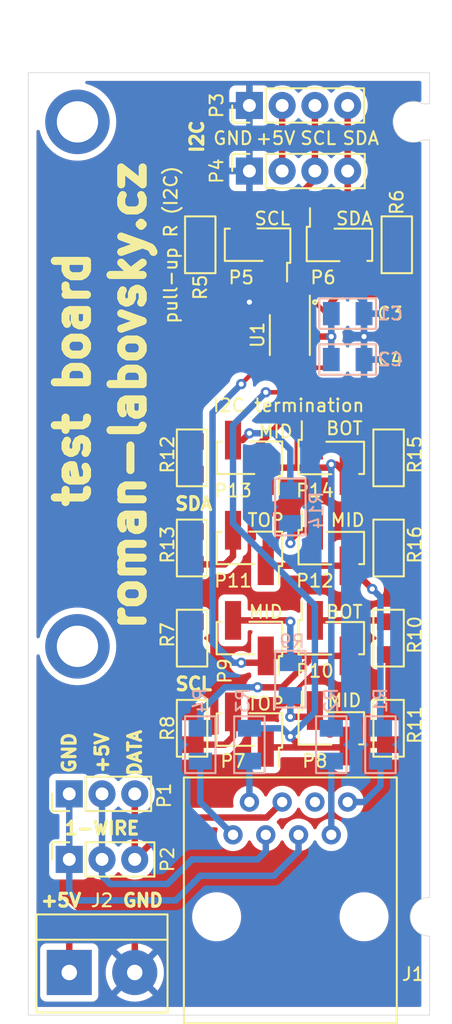
<source format=kicad_pcb>
(kicad_pcb (version 20221018) (generator pcbnew)
  (title_block (title "Testing board") (date "2023-07-27") (rev "v1.0") (company "Roman Labovsky (roman-labovsky.cz)"))
  (layers (0 "F.Cu" signal) (31 "B.Cu" signal) (34 "B.Paste" user) (35 "F.Paste" user) (36 "B.SilkS" user "B.Silkscreen") (37 "F.SilkS" user "F.Silkscreen") (38 "B.Mask" user) (39 "F.Mask" user) (44 "Edge.Cuts" user))
  (net 0 "")
  (net 1 "GND")
  (net 2 "+5V")
  (net 3 "/1WIRE_5V")
  (net 4 "/DSDA_P_CON")
  (net 5 "/DSDA_N_CON")
  (net 6 "/DSCL_P_CON")
  (net 7 "/1WIRE_GND")
  (net 8 "/1WIRE_DATA")
  (net 10 "/DSCL_N_CON")
  (net 11 "/SDA")
  (net 12 "/SCL")
  (net 13 "Net-(P5-Pad2)")
  (net 14 "Net-(P6-Pad2)")
  (net 15 "Net-(P7-Pad2)")
  (net 16 "/DSCL_P")
  (net 17 "Net-(P8-Pad1)")
  (net 18 "Net-(P9-Pad2)")
  (net 19 "/DSCL_N")
  (net 20 "Net-(P10-Pad1)")
  (net 21 "Net-(P11-Pad2)")
  (net 22 "Net-(P12-Pad1)")
  (net 23 "Net-(P13-Pad2)")
  (net 24 "Net-(P14-Pad1)")
  (net 25 "/DSDA_P")
  (net 26 "/DSDA_N")
  (net 27 "Net-(R7-Pad2)")
  (net 28 "Net-(R10-Pad2)")
  (net 29 "Net-(R12-Pad2)")
  (net 30 "Net-(R15-Pad2)")
  (footprint "capacitor_smd_rl:c_1206" (layer "F.Cu") (at 139.7 80.264)
    (fp_text reference "C3" (at 3.302 0) (layer "F.SilkS") (effects (font (thickness 0.16))))
    (fp_text value "1uF")
    (pad "1" smd trapezoid (at -1.27 0) (size 1.3 1.8) (layers "F.Cu" "F.Paste" "F.Mask") (net 2 "+5V"))
    (pad "2" smd trapezoid (at 1.27 0) (size 1.3 1.8) (layers "F.Cu" "F.Paste" "F.Mask") (net 1 "GND"))
  )
  (footprint "capacitor_smd_rl:c_1206" (layer "F.Cu") (at 139.7 83.82)
    (fp_text reference "C4" (at 3.302 0) (layer "F.SilkS") (effects (font (thickness 0.16))))
    (fp_text value "100nF")
    (pad "1" smd trapezoid (at -1.27 0) (size 1.3 1.8) (layers "F.Cu" "F.Paste" "F.Mask") (net 2 "+5V"))
    (pad "2" smd trapezoid (at 1.27 0) (size 1.3 1.8) (layers "F.Cu" "F.Paste" "F.Mask") (net 1 "GND"))
  )
  (footprint "connector_rj45_tht_rl:54601-908WPLF" (layer "F.Cu") (at 135.255 127)
    (fp_text reference "J1" (at 9.525 4.445) (layer "F.SilkS") (effects (font (thickness 0.16))))
    (fp_text value "54601-908WPLF")
    (pad "" np_thru_hole circle (at -5.716 0) (size 3.3 3.3) (drill 3.3) (layers "F&B.Cu" "*.Mask"))
    (pad "" np_thru_hole circle (at 5.716 0) (size 3.3 3.3) (drill 3.3) (layers "F&B.Cu" "*.Mask"))
    (pad "1" thru_hole circle (at -4.444 -6.35) (size 1.5 1.5) (drill 0.8) (layers "*.Cu" "*.Mask") (net 10 "/DSCL_N_CON"))
    (pad "2" thru_hole circle (at -3.174 -8.89) (size 1.5 1.5) (drill 0.8) (layers "*.Cu" "*.Mask") (net 6 "/DSCL_P_CON"))
    (pad "3" thru_hole circle (at -1.904 -6.35) (size 1.5 1.5) (drill 0.8) (layers "*.Cu" "*.Mask") (net 3 "/1WIRE_5V"))
    (pad "4" thru_hole circle (at -0.634 -8.89) (size 1.5 1.5) (drill 0.8) (layers "*.Cu" "*.Mask") (net 8 "/1WIRE_DATA"))
    (pad "5" thru_hole circle (at 0.636 -6.35) (size 1.5 1.5) (drill 0.8) (layers "*.Cu" "*.Mask") (net 7 "/1WIRE_GND"))
    (pad "6" thru_hole circle (at 1.906 -8.89 180) (size 1.5 1.5) (drill 0.8) (layers "*.Cu" "*.Mask"))
    (pad "7" thru_hole circle (at 3.176 -6.35) (size 1.5 1.5) (drill 0.8) (layers "*.Cu" "*.Mask") (net 5 "/DSDA_N_CON"))
    (pad "8" thru_hole circle (at 4.446 -8.89) (size 1.5 1.5) (drill 0.8) (layers "*.Cu" "*.Mask") (net 4 "/DSDA_P_CON"))
  )
  (footprint "terminal_block_tht_rl:EBBA-02-C-SS-BU" (layer "F.Cu") (at 120.65 131.318)
    (fp_text reference "J2" (at 0 -5.588 180) (layer "F.SilkS") (effects (font (thickness 0.16))))
    (fp_text value "EBBA-02-C-SS-BU")
    (pad "1" thru_hole rect (at -2.54 0 180) (size 3.5 3.5) (drill 1.2) (layers "*.Cu" "*.Mask") (net 2 "+5V"))
    (pad "2" thru_hole circle (at 2.54 0 180) (size 3.5 3.5) (drill 1.2) (layers "*.Cu" "*.Mask") (net 1 "GND"))
  )
  (footprint "connector_tht_pinheader_2.54mm_rl:1x3_pinheader_2.54mm_vertical" (layer "F.Cu") (at 118.11 117.475 90)
    (fp_text reference "P1" (at -0.127 7.366 90) (layer "F.SilkS") (effects (font (thickness 0.16))))
    (fp_text value "DS1021-1-3SF11-B")
    (pad "1" thru_hole rect (at 0 0 90) (size 2.1 2.1) (drill 1) (layers "*.Cu" "*.Mask") (net 7 "/1WIRE_GND"))
    (pad "2" thru_hole oval (at 0 2.54 90) (size 2.1 2.1) (drill 1) (layers "*.Cu" "*.Mask") (net 3 "/1WIRE_5V"))
    (pad "3" thru_hole oval (at 0 5.08 90) (size 2.1 2.1) (drill 1) (layers "*.Cu" "*.Mask") (net 8 "/1WIRE_DATA"))
  )
  (footprint "connector_tht_pinsocket_2.54mm_rl:1x3_pinsocket_2.54mm_vertical_8.4mm" (layer "F.Cu") (at 118.11 122.555 90)
    (fp_text reference "P2" (at 0 7.62 90) (layer "F.SilkS"))
    (fp_text value "DS1023-1-3S21")
    (pad "1" thru_hole rect (at 0 0 90) (size 2.1 2.1) (drill 1) (layers "*.Cu" "*.Mask") (net 7 "/1WIRE_GND"))
    (pad "2" thru_hole oval (at 0 2.54 90) (size 2.1 2.1) (drill 1) (layers "*.Cu" "*.Mask") (net 3 "/1WIRE_5V"))
    (pad "3" thru_hole oval (at 0 5.08 90) (size 2.1 2.1) (drill 1) (layers "*.Cu" "*.Mask") (net 8 "/1WIRE_DATA"))
  )
  (footprint "connector_tht_pinheader_2.54mm_rl:1x4_pinheader_2.54mm_vertical" (layer "F.Cu") (at 132.08 64.135 90)
    (fp_text reference "P3" (at 0 -2.54 90) (layer "F.SilkS") (effects (font (thickness 0.16))))
    (fp_text value "DS1021-1-4SF11-B")
    (pad "1" thru_hole rect (at 0 0 90) (size 2.1 2.1) (drill 1) (layers "*.Cu" "*.Mask") (net 1 "GND"))
    (pad "2" thru_hole oval (at 0 2.54 90) (size 2.1 2.1) (drill 1) (layers "*.Cu" "*.Mask") (net 2 "+5V"))
    (pad "3" thru_hole oval (at 0 5.08 90) (size 2.1 2.1) (drill 1) (layers "*.Cu" "*.Mask") (net 12 "/SCL"))
    (pad "4" thru_hole oval (at 0 7.62 90) (size 2.1 2.1) (drill 1) (layers "*.Cu" "*.Mask") (net 11 "/SDA"))
  )
  (footprint "connector_tht_pinsocket_2.54mm_rl:1x4_pinsocket_2.54mm_vertical_8.4mm" (layer "F.Cu") (at 132.08 69.215 90)
    (fp_text reference "P4" (at 0 -2.54 90) (layer "F.SilkS"))
    (fp_text value "DS1023-1-4S21")
    (pad "1" thru_hole rect (at 0 0 90) (size 2.1 2.1) (drill 1) (layers "*.Cu" "*.Mask") (net 1 "GND"))
    (pad "2" thru_hole oval (at 0 2.54 90) (size 2.1 2.1) (drill 1) (layers "*.Cu" "*.Mask") (net 2 "+5V"))
    (pad "3" thru_hole oval (at 0 5.08 90) (size 2.1 2.1) (drill 1) (layers "*.Cu" "*.Mask") (net 12 "/SCL"))
    (pad "4" thru_hole oval (at 0 7.62 90) (size 2.1 2.1) (drill 1) (layers "*.Cu" "*.Mask") (net 11 "/SDA"))
  )
  (footprint "connector_smd_pinheader_2.54mm_rl:1x2_pinheader_2.54mm_vertical" (layer "F.Cu") (at 132.715 74.93 180)
    (fp_text reference "P5" (at 1.27 -2.54) (layer "F.SilkS") (effects (font (thickness 0.16))))
    (fp_text value "10129380-902001BLF")
    (pad "1" smd rect (at -1.27 -1.375) (size 1.25 3) (layers "F.Cu" "F.Paste" "F.Mask") (net 12 "/SCL"))
    (pad "2" smd rect (at 1.27 1.375) (size 1.25 3) (layers "F.Cu" "F.Paste" "F.Mask") (net 13 "Net-(P5-Pad2)"))
  )
  (footprint "connector_smd_pinheader_2.54mm_rl:1x2_pinheader_2.54mm_vertical" (layer "F.Cu") (at 139.065 74.93)
    (fp_text reference "P6" (at -1.27 2.54) (layer "F.SilkS") (effects (font (thickness 0.16))))
    (fp_text value "10129380-902001BLF")
    (pad "1" smd rect (at -1.27 -1.375 180) (size 1.25 3) (layers "F.Cu" "F.Paste" "F.Mask") (net 11 "/SDA"))
    (pad "2" smd rect (at 1.27 1.375 180) (size 1.25 3) (layers "F.Cu" "F.Paste" "F.Mask") (net 14 "Net-(P6-Pad2)"))
  )
  (footprint "connector_smd_pinheader_2.54mm_rl:1x2_pinheader_2.54mm_vertical" (layer "F.Cu") (at 132.08 112.5 180)
    (fp_text reference "P7" (at 1.27 -2.435) (layer "F.SilkS") (effects (font (thickness 0.16))))
    (fp_text value "10129380-902001BLF")
    (pad "1" smd rect (at -1.27 -1.375) (size 1.25 3) (layers "F.Cu" "F.Paste" "F.Mask") (net 16 "/DSCL_P"))
    (pad "2" smd rect (at 1.27 1.375) (size 1.25 3) (layers "F.Cu" "F.Paste" "F.Mask") (net 15 "Net-(P7-Pad2)"))
  )
  (footprint "connector_smd_pinheader_2.54mm_rl:1x2_pinheader_2.54mm_vertical" (layer "F.Cu") (at 138.43 112.395)
    (fp_text reference "P8" (at -1.27 2.54) (layer "F.SilkS") (effects (font (thickness 0.16))))
    (fp_text value "10129380-902001BLF")
    (pad "1" smd rect (at -1.27 -1.375 180) (size 1.25 3) (layers "F.Cu" "F.Paste" "F.Mask") (net 17 "Net-(P8-Pad1)"))
    (pad "2" smd rect (at 1.27 1.375 180) (size 1.25 3) (layers "F.Cu" "F.Paste" "F.Mask") (net 16 "/DSCL_P"))
  )
  (footprint "connector_smd_pinheader_2.54mm_rl:1x2_pinheader_2.54mm_vertical" (layer "F.Cu") (at 132.08 105.41 180)
    (fp_text reference "P9" (at 1.905 -2.54 90) (layer "F.SilkS") (effects (font (thickness 0.16))))
    (fp_text value "10129380-902001BLF")
    (pad "1" smd rect (at -1.27 -1.375) (size 1.25 3) (layers "F.Cu" "F.Paste" "F.Mask") (net 19 "/DSCL_N"))
    (pad "2" smd rect (at 1.27 1.375) (size 1.25 3) (layers "F.Cu" "F.Paste" "F.Mask") (net 18 "Net-(P9-Pad2)"))
  )
  (footprint "connector_smd_pinheader_2.54mm_rl:1x2_pinheader_2.54mm_vertical" (layer "F.Cu") (at 138.43 105.41)
    (fp_text reference "P10" (at -1.27 2.54) (layer "F.SilkS") (effects (font (thickness 0.16))))
    (fp_text value "10129380-902001BLF")
    (pad "1" smd rect (at -1.27 -1.375 180) (size 1.25 3) (layers "F.Cu" "F.Paste" "F.Mask") (net 20 "Net-(P10-Pad1)"))
    (pad "2" smd rect (at 1.27 1.375 180) (size 1.25 3) (layers "F.Cu" "F.Paste" "F.Mask") (net 19 "/DSCL_N"))
  )
  (footprint "connector_smd_pinheader_2.54mm_rl:1x2_pinheader_2.54mm_vertical" (layer "F.Cu") (at 132.08 98.425 180)
    (fp_text reference "P11" (at 1.27 -2.54) (layer "F.SilkS") (effects (font (thickness 0.16))))
    (fp_text value "10129380-902001BLF")
    (pad "1" smd rect (at -1.27 -1.375) (size 1.25 3) (layers "F.Cu" "F.Paste" "F.Mask") (net 25 "/DSDA_P"))
    (pad "2" smd rect (at 1.27 1.375) (size 1.25 3) (layers "F.Cu" "F.Paste" "F.Mask") (net 21 "Net-(P11-Pad2)"))
  )
  (footprint "connector_smd_pinheader_2.54mm_rl:1x2_pinheader_2.54mm_vertical" (layer "F.Cu") (at 138.43 98.425)
    (fp_text reference "P12" (at -1.27 2.54) (layer "F.SilkS") (effects (font (thickness 0.16))))
    (fp_text value "10129380-902001BLF")
    (pad "1" smd rect (at -1.27 -1.375 180) (size 1.25 3) (layers "F.Cu" "F.Paste" "F.Mask") (net 22 "Net-(P12-Pad1)"))
    (pad "2" smd rect (at 1.27 1.375 180) (size 1.25 3) (layers "F.Cu" "F.Paste" "F.Mask") (net 25 "/DSDA_P"))
  )
  (footprint "connector_smd_pinheader_2.54mm_rl:1x2_pinheader_2.54mm_vertical" (layer "F.Cu") (at 132.08 91.44 180)
    (fp_text reference "P13" (at 1.27 -2.54) (layer "F.SilkS") (effects (font (thickness 0.16))))
    (fp_text value "10129380-902001BLF")
    (pad "1" smd rect (at -1.27 -1.375) (size 1.25 3) (layers "F.Cu" "F.Paste" "F.Mask") (net 26 "/DSDA_N"))
    (pad "2" smd rect (at 1.27 1.375) (size 1.25 3) (layers "F.Cu" "F.Paste" "F.Mask") (net 23 "Net-(P13-Pad2)"))
  )
  (footprint "connector_smd_pinheader_2.54mm_rl:1x2_pinheader_2.54mm_vertical" (layer "F.Cu") (at 138.43 91.44)
    (fp_text reference "P14" (at -1.27 2.54) (layer "F.SilkS") (effects (font (thickness 0.16))))
    (fp_text value "10129380-902001BLF")
    (pad "1" smd rect (at -1.27 -1.375 180) (size 1.25 3) (layers "F.Cu" "F.Paste" "F.Mask") (net 24 "Net-(P14-Pad1)"))
    (pad "2" smd rect (at 1.27 1.375 180) (size 1.25 3) (layers "F.Cu" "F.Paste" "F.Mask") (net 26 "/DSDA_N"))
  )
  (footprint "resistor_smd_rl:r_1206" (layer "F.Cu") (at 128.27 74.93 90)
    (fp_text reference "R5" (at -3.302 0 90) (layer "F.SilkS") (effects (font (thickness 0.16))))
    (fp_text value "4k7")
    (pad "1" smd trapezoid (at -1.27 0 90) (size 1.3 1.8) (layers "F.Cu" "F.Paste" "F.Mask") (net 2 "+5V"))
    (pad "2" smd trapezoid (at 1.27 0 90) (size 1.3 1.8) (layers "F.Cu" "F.Paste" "F.Mask") (net 13 "Net-(P5-Pad2)"))
  )
  (footprint "resistor_smd_rl:r_1206" (layer "F.Cu") (at 143.51 74.93 90)
    (fp_text reference "R6" (at 3.302 0 90) (layer "F.SilkS") (effects (font (thickness 0.16))))
    (fp_text value "4k7")
    (pad "1" smd trapezoid (at -1.27 0 90) (size 1.3 1.8) (layers "F.Cu" "F.Paste" "F.Mask") (net 2 "+5V"))
    (pad "2" smd trapezoid (at 1.27 0 90) (size 1.3 1.8) (layers "F.Cu" "F.Paste" "F.Mask") (net 14 "Net-(P6-Pad2)"))
  )
  (footprint "resistor_smd_rl:r_1206" (layer "F.Cu") (at 127.635 105.41 -90)
    (fp_text reference "R7" (at -0.254 1.905 90) (layer "F.SilkS") (effects (font (thickness 0.16))))
    (fp_text value "210R")
    (pad "1" smd trapezoid (at -1.27 0 270) (size 1.3 1.8) (layers "F.Cu" "F.Paste" "F.Mask") (net 2 "+5V"))
    (pad "2" smd trapezoid (at 1.27 0 270) (size 1.3 1.8) (layers "F.Cu" "F.Paste" "F.Mask") (net 27 "Net-(R7-Pad2)"))
  )
  (footprint "resistor_smd_rl:r_1206" (layer "F.Cu") (at 127.635 112.395 -90)
    (fp_text reference "R8" (at 0 1.905 90) (layer "F.SilkS") (effects (font (thickness 0.16))))
    (fp_text value "390R")
    (pad "1" smd trapezoid (at -1.27 0 270) (size 1.3 1.8) (layers "F.Cu" "F.Paste" "F.Mask") (net 27 "Net-(R7-Pad2)"))
    (pad "2" smd trapezoid (at 1.27 0 270) (size 1.3 1.8) (layers "F.Cu" "F.Paste" "F.Mask") (net 15 "Net-(P7-Pad2)"))
  )
  (footprint "resistor_smd_rl:r_1206" (layer "F.Cu") (at 142.875 105.41 -90)
    (fp_text reference "R10" (at -0.254 -2.032 90) (layer "F.SilkS") (effects (font (thickness 0.16))))
    (fp_text value "390R")
    (pad "1" smd trapezoid (at -1.27 0 270) (size 1.3 1.8) (layers "F.Cu" "F.Paste" "F.Mask") (net 20 "Net-(P10-Pad1)"))
    (pad "2" smd trapezoid (at 1.27 0 270) (size 1.3 1.8) (layers "F.Cu" "F.Paste" "F.Mask") (net 28 "Net-(R10-Pad2)"))
  )
  (footprint "resistor_smd_rl:r_1206" (layer "F.Cu") (at 142.875 112.395 -90)
    (fp_text reference "R11" (at -0.254 -2.032 90) (layer "F.SilkS") (effects (font (thickness 0.16))))
    (fp_text value "210R")
    (pad "1" smd trapezoid (at -1.27 0 270) (size 1.3 1.8) (layers "F.Cu" "F.Paste" "F.Mask") (net 28 "Net-(R10-Pad2)"))
    (pad "2" smd trapezoid (at 1.27 0 270) (size 1.3 1.8) (layers "F.Cu" "F.Paste" "F.Mask") (net 1 "GND"))
  )
  (footprint "resistor_smd_rl:r_1206" (layer "F.Cu") (at 127.635 91.44 -90)
    (fp_text reference "R12" (at -0.254 1.905 90) (layer "F.SilkS") (effects (font (thickness 0.16))))
    (fp_text value "210R")
    (pad "1" smd trapezoid (at -1.27 0 270) (size 1.3 1.8) (layers "F.Cu" "F.Paste" "F.Mask") (net 2 "+5V"))
    (pad "2" smd trapezoid (at 1.27 0 270) (size 1.3 1.8) (layers "F.Cu" "F.Paste" "F.Mask") (net 29 "Net-(R12-Pad2)"))
  )
  (footprint "resistor_smd_rl:r_1206" (layer "F.Cu") (at 127.635 98.425 -90)
    (fp_text reference "R13" (at -0.254 1.905 90) (layer "F.SilkS") (effects (font (thickness 0.16))))
    (fp_text value "390R")
    (pad "1" smd trapezoid (at -1.27 0 270) (size 1.3 1.8) (layers "F.Cu" "F.Paste" "F.Mask") (net 29 "Net-(R12-Pad2)"))
    (pad "2" smd trapezoid (at 1.27 0 270) (size 1.3 1.8) (layers "F.Cu" "F.Paste" "F.Mask") (net 21 "Net-(P11-Pad2)"))
  )
  (footprint "resistor_smd_rl:r_1206" (layer "F.Cu") (at 142.875 91.44 -90)
    (fp_text reference "R15" (at -0.254 -2.032 90) (layer "F.SilkS") (effects (font (thickness 0.16))))
    (fp_text value "390R")
    (pad "1" smd trapezoid (at -1.27 0 270) (size 1.3 1.8) (layers "F.Cu" "F.Paste" "F.Mask") (net 24 "Net-(P14-Pad1)"))
    (pad "2" smd trapezoid (at 1.27 0 270) (size 1.3 1.8) (layers "F.Cu" "F.Paste" "F.Mask") (net 30 "Net-(R15-Pad2)"))
  )
  (footprint "resistor_smd_rl:r_1206" (layer "F.Cu") (at 142.875 98.425 -90)
    (fp_text reference "R16" (at -0.254 -2.032 90) (layer "F.SilkS") (effects (font (thickness 0.16))))
    (fp_text value "210R")
    (pad "1" smd trapezoid (at -1.27 0 270) (size 1.3 1.8) (layers "F.Cu" "F.Paste" "F.Mask") (net 30 "Net-(R15-Pad2)"))
    (pad "2" smd trapezoid (at 1.27 0 270) (size 1.3 1.8) (layers "F.Cu" "F.Paste" "F.Mask") (net 1 "GND"))
  )
  (footprint "package_tssop_rl:tssop_10" (layer "F.Cu") (at 135.255 81.915 -90)
    (fp_text reference "U1" (at 0 2.54 270) (layer "F.SilkS") (effects (font (thickness 0.16))))
    (fp_text value "PCA9615")
    (pad "1" smd rect (at -2.54 -1 270) (size 1.5 0.35) (layers "F.Cu" "F.Paste" "F.Mask") (net 2 "+5V"))
    (pad "2" smd rect (at -2.54 -0.5 270) (size 1.5 0.35) (layers "F.Cu" "F.Paste" "F.Mask") (net 11 "/SDA"))
    (pad "3" smd rect (at -2.54 0 270) (size 1.5 0.35) (layers "F.Cu" "F.Paste" "F.Mask"))
    (pad "4" smd rect (at -2.54 0.5 270) (size 1.5 0.35) (layers "F.Cu" "F.Paste" "F.Mask") (net 12 "/SCL"))
    (pad "5" smd rect (at -2.54 1 270) (size 1.5 0.35) (layers "F.Cu" "F.Paste" "F.Mask") (net 1 "GND"))
    (pad "6" smd rect (at 2.54 1 270) (size 1.5 0.35) (layers "F.Cu" "F.Paste" "F.Mask") (net 19 "/DSCL_N"))
    (pad "7" smd rect (at 2.54 0.5 270) (size 1.5 0.35) (layers "F.Cu" "F.Paste" "F.Mask") (net 16 "/DSCL_P"))
    (pad "8" smd rect (at 2.54 0 270) (size 1.5 0.35) (layers "F.Cu" "F.Paste" "F.Mask") (net 25 "/DSDA_P"))
    (pad "9" smd rect (at 2.54 -0.5 270) (size 1.5 0.35) (layers "F.Cu" "F.Paste" "F.Mask") (net 26 "/DSDA_N"))
    (pad "10" smd rect (at 2.54 -1 270) (size 1.5 0.35) (layers "F.Cu" "F.Paste" "F.Mask") (net 2 "+5V"))
  )
  (footprint "mounting_hole_pad_rl:mounting_hole_pad_3.2x5mm" (layer "F.Cu") (at 118.745 65.405)
    (fp_text reference "H1" hide)
    (fp_text value "mounting_hole_pad_3.2x5mm" hide)
    (pad "1" thru_hole circle (at 0 0) (size 5 5) (drill 3.2) (layers "*.Cu" "*.Mask"))
  )
  (footprint "mounting_hole_pad_rl:mounting_hole_pad_3.2x5mm" (layer "F.Cu") (at 118.745 106.045)
    (fp_text reference "H2" hide)
    (fp_text value "mounting_hole_pad_3.2x5mm" hide)
    (pad "1" thru_hole circle (at 0 0) (size 5 5) (drill 3.2) (layers "*.Cu" "*.Mask"))
  )
  (footprint "capacitor_smd_rl:c_1206" (layer "B.Cu") (at 139.7 80.264)
    (fp_text reference "C1" (at 3.302 0) (layer "B.SilkS") (effects (font (thickness 0.16)) (justify mirror)))
    (fp_text value "1uF")
    (pad "1" smd trapezoid (at -1.27 0) (size 1.3 1.8) (layers "B.Cu" "B.Paste" "B.Mask") (net 2 "+5V"))
    (pad "2" smd trapezoid (at 1.27 0) (size 1.3 1.8) (layers "B.Cu" "B.Paste" "B.Mask") (net 1 "GND"))
  )
  (footprint "capacitor_smd_rl:c_1206" (layer "B.Cu") (at 139.7 83.82)
    (fp_text reference "C2" (at 3.302 0) (layer "B.SilkS") (effects (font (thickness 0.16)) (justify mirror)))
    (fp_text value "100nF")
    (pad "1" smd trapezoid (at -1.27 0) (size 1.3 1.8) (layers "B.Cu" "B.Paste" "B.Mask") (net 2 "+5V"))
    (pad "2" smd trapezoid (at 1.27 0) (size 1.3 1.8) (layers "B.Cu" "B.Paste" "B.Mask") (net 1 "GND"))
  )
  (footprint "resistor_smd_rl:r_1206" (layer "B.Cu") (at 142.24 113.665 90)
    (fp_text reference "R1" (at 3.429 0 270) (layer "B.SilkS") (effects (font (thickness 0.16)) (justify mirror)))
    (fp_text value "10R/0.5W")
    (pad "1" smd trapezoid (at -1.27 0 90) (size 1.3 1.8) (layers "B.Cu" "B.Paste" "B.Mask") (net 4 "/DSDA_P_CON"))
    (pad "2" smd trapezoid (at 1.27 0 90) (size 1.3 1.8) (layers "B.Cu" "B.Paste" "B.Mask") (net 25 "/DSDA_P"))
  )
  (footprint "resistor_smd_rl:r_1206" (layer "B.Cu") (at 138.43 113.665 90)
    (fp_text reference "R2" (at 3.429 0 270) (layer "B.SilkS") (effects (font (thickness 0.16)) (justify mirror)))
    (fp_text value "10R/0.5W")
    (pad "1" smd trapezoid (at -1.27 0 90) (size 1.3 1.8) (layers "B.Cu" "B.Paste" "B.Mask") (net 5 "/DSDA_N_CON"))
    (pad "2" smd trapezoid (at 1.27 0 90) (size 1.3 1.8) (layers "B.Cu" "B.Paste" "B.Mask") (net 26 "/DSDA_N"))
  )
  (footprint "resistor_smd_rl:r_1206" (layer "B.Cu") (at 132.08 113.665 90)
    (fp_text reference "R3" (at 3.429 -0.508 270) (layer "B.SilkS") (effects (font (thickness 0.16)) (justify mirror)))
    (fp_text value "10R/0.5W")
    (pad "1" smd trapezoid (at -1.27 0 90) (size 1.3 1.8) (layers "B.Cu" "B.Paste" "B.Mask") (net 6 "/DSCL_P_CON"))
    (pad "2" smd trapezoid (at 1.27 0 90) (size 1.3 1.8) (layers "B.Cu" "B.Paste" "B.Mask") (net 16 "/DSCL_P"))
  )
  (footprint "resistor_smd_rl:r_1206" (layer "B.Cu") (at 128.27 113.665 90)
    (fp_text reference "R4" (at 3.429 0 270) (layer "B.SilkS") (effects (font (thickness 0.16)) (justify mirror)))
    (fp_text value "10R/0.5W")
    (pad "1" smd trapezoid (at -1.27 0 90) (size 1.3 1.8) (layers "B.Cu" "B.Paste" "B.Mask") (net 10 "/DSCL_N_CON"))
    (pad "2" smd trapezoid (at 1.27 0 90) (size 1.3 1.8) (layers "B.Cu" "B.Paste" "B.Mask") (net 19 "/DSCL_N"))
  )
  (footprint "resistor_smd_rl:r_1206" (layer "B.Cu") (at 135.255 108.585 90)
    (fp_text reference "R9" (at 2.921 0.127) (layer "B.SilkS") (effects (font (thickness 0.16)) (justify mirror)))
    (fp_text value "100R/120R")
    (pad "1" smd trapezoid (at -1.27 0 90) (size 1.3 1.8) (layers "B.Cu" "B.Paste" "B.Mask") (net 17 "Net-(P8-Pad1)"))
    (pad "2" smd trapezoid (at 1.27 0 90) (size 1.3 1.8) (layers "B.Cu" "B.Paste" "B.Mask") (net 18 "Net-(P9-Pad2)"))
  )
  (footprint "resistor_smd_rl:r_1206" (layer "B.Cu") (at 135.255 95.25 90)
    (fp_text reference "R14" (at -0.254 2.032 -90) (layer "B.SilkS") (effects (font (thickness 0.16)) (justify mirror)))
    (fp_text value "100R/120R")
    (pad "1" smd trapezoid (at -1.27 0 90) (size 1.3 1.8) (layers "B.Cu" "B.Paste" "B.Mask") (net 22 "Net-(P12-Pad1)"))
    (pad "2" smd trapezoid (at 1.27 0 90) (size 1.3 1.8) (layers "B.Cu" "B.Paste" "B.Mask") (net 23 "Net-(P13-Pad2)"))
  )
  (gr_line (start 114.935 61.595) (end 123.825 61.595) (stroke (width 0.05)) (layer "Edge.Cuts"))
  (gr_arc (start 145.542 66.802) (mid 143.224047 65.405) (end 145.542 64.008) (stroke (width 0.05)) (layer "Edge.Cuts"))
  (gr_line (start 114.935 63.5) (end 114.935 61.595) (stroke (width 0.05)) (layer "Edge.Cuts"))
  (gr_line (start 146.05 64.008) (end 145.542 64.008) (stroke (width 0.05)) (layer "Edge.Cuts"))
  (gr_line (start 114.935 134.62) (end 146.05 134.62) (stroke (width 0.05)) (layer "Edge.Cuts"))
  (gr_line (start 114.935 98.425) (end 114.935 63.5) (stroke (width 0.05)) (layer "Edge.Cuts"))
  (gr_line (start 146.05 61.595) (end 123.825 61.595) (stroke (width 0.05)) (layer "Edge.Cuts"))
  (gr_arc (start 146.05 128.5) (mid 144.55 127) (end 146.05 125.5) (stroke (width 0.05)) (layer "Edge.Cuts"))
  (gr_line (start 146.05 125.5) (end 146.05 66.802) (stroke (width 0.05)) (layer "Edge.Cuts"))
  (gr_line (start 114.935 134.62) (end 114.935 98.425) (stroke (width 0.05)) (layer "Edge.Cuts"))
  (gr_line (start 146.05 61.595) (end 146.05 64.008) (stroke (width 0.05)) (layer "Edge.Cuts"))
  (gr_line (start 146.05 66.802) (end 145.542 66.802) (stroke (width 0.05)) (layer "Edge.Cuts"))
  (gr_line (start 146.05 134.62) (end 146.05 128.5) (stroke (width 0.05)) (layer "Edge.Cuts"))
  (gr_text "test board" (at 118.364 85.344 90) (layer "F.SilkS") (effects (font (size 2.5 2.5) (thickness 0.625))))
  (gr_text "SCL" (at 137.414 66.675) (layer "F.SilkS") (effects (font (size 1 1) (thickness 0.16))))
  (gr_text "+5V" (at 134.112 66.675) (layer "F.SilkS") (effects (font (size 1 1) (thickness 0.16))))
  (gr_text "GND" (at 130.81 66.675) (layer "F.SilkS") (effects (font (size 1 1) (thickness 0.16))))
  (gr_text "GND" (at 118.11 114.3 90) (layer "F.SilkS") (effects (font (size 1 1) (thickness 0.25))))
  (gr_text "+5V" (at 120.65 114.3 90) (layer "F.SilkS") (effects (font (size 1 1) (thickness 0.25))))
  (gr_text "DATA" (at 123.19 114.3 90) (layer "F.SilkS") (effects (font (size 1 1) (thickness 0.25))))
  (gr_text "I2C" (at 128.016 66.548 90) (layer "F.SilkS") (effects (font (size 1 1) (thickness 0.25))))
  (gr_text "1-WIRE" (at 120.65 120.142) (layer "F.SilkS") (effects (font (size 1 1) (thickness 0.25))))
  (gr_text "+5V" (at 117.475 125.73) (layer "F.SilkS") (effects (font (size 1 1) (thickness 0.25))))
  (gr_text "GND" (at 123.825 125.73) (layer "F.SilkS") (effects (font (size 1 1) (thickness 0.25))))
  (gr_text "MID" (at 139.446 110.236) (layer "F.SilkS") (effects (font (size 1 1) (thickness 0.16))))
  (gr_text "MID" (at 133.35 103.378) (layer "F.SilkS") (effects (font (size 1 1) (thickness 0.16))))
  (gr_text "TOP" (at 133.35 110.49) (layer "F.SilkS") (effects (font (size 1 1) (thickness 0.16))))
  (gr_text "MID" (at 139.7 96.266) (layer "F.SilkS") (effects (font (size 1 1) (thickness 0.16))))
  (gr_text "BOT" (at 139.446 89.154) (layer "F.SilkS") (effects (font (size 1 1) (thickness 0.16))))
  (gr_text "MID" (at 134.112 89.408) (layer "F.SilkS") (effects (font (size 1 1) (thickness 0.16))))
  (gr_text "TOP" (at 133.35 96.266) (layer "F.SilkS") (effects (font (size 1 1) (thickness 0.16))))
  (gr_text "SCL" (at 127.762 108.966) (layer "F.SilkS") (effects (font (size 1 1) (thickness 0.25))))
  (gr_text "SDA" (at 127.762 94.996) (layer "F.SilkS") (effects (font (size 1 1) (thickness 0.25))))
  (gr_text "pull-up R (I2C)" (at 125.984 74.93 90) (layer "F.SilkS") (effects (font (size 1 1) (thickness 0.16))))
  (gr_text "SDA" (at 140.208 72.898) (layer "F.SilkS") (effects (font (size 1 1) (thickness 0.16))))
  (gr_text "SCL" (at 133.858 72.898) (layer "F.SilkS") (effects (font (size 1 1) (thickness 0.16))))
  (gr_text "I2C termination" (at 135.128 87.376) (layer "F.SilkS") (effects (font (size 1 1) (thickness 0.16))))
  (gr_text "roman-labovsky.cz" (at 122.682 86.614 90) (layer "F.SilkS") (effects (font (size 2.5 2.5) (thickness 0.625))))
  (gr_text "SDA" (at 140.716 66.675) (layer "F.SilkS") (effects (font (size 1 1) (thickness 0.16))))
  (gr_text "BOT" (at 139.446 103.378) (layer "F.SilkS") (effects (font (size 1 1) (thickness 0.16))))
  (segment (start 134.255 79.375) (end 132.08 79.375) (width 0.35) (layer "F.Cu") (net 1))
  (segment (start 144.78 113.665) (end 144.78 99.695) (width 0.5) (layer "F.Cu") (net 1))
  (segment (start 123.19 127) (end 127 123.19) (width 0.5) (layer "F.Cu") (net 1))
  (segment (start 140.97 81.915) (end 140.97 83.82) (width 0.5) (layer "F.Cu") (net 1))
  (segment (start 144.78 99.695) (end 144.78 83.185) (width 0.5) (layer "F.Cu") (net 1))
  (segment (start 142.875 113.665) (end 144.78 113.665) (width 0.5) (layer "F.Cu") (net 1))
  (segment (start 140.97 80.645) (end 140.97 81.915) (width 0.5) (layer "F.Cu") (net 1))
  (segment (start 123.19 130.175) (end 123.19 128.905) (width 0.5) (layer "F.Cu") (net 1))
  (segment (start 143.891 82.042) (end 140.97 82.042) (width 0.5) (layer "F.Cu") (net 1))
  (segment (start 140.97 123.19) (end 144.78 119.38) (width 0.5) (layer "F.Cu") (net 1))
  (segment (start 144.78 83.185) (end 144.78 82.931) (width 0.5) (layer "F.Cu") (net 1))
  (segment (start 144.78 82.931) (end 143.891 82.042) (width 0.5) (layer "F.Cu") (net 1))
  (segment (start 142.875 99.695) (end 144.78 99.695) (width 0.5) (layer "F.Cu") (net 1))
  (segment (start 144.78 119.38) (end 144.78 113.665) (width 0.5) (layer "F.Cu") (net 1))
  (segment (start 123.19 130.175) (end 123.19 127) (width 0.5) (layer "F.Cu") (net 1))
  (segment (start 127 123.19) (end 140.97 123.19) (width 0.5) (layer "F.Cu") (net 1))
  (via (at 140.97 82.042) (size 0.8) (drill 0.4) (layers "F.Cu" "B.Cu") (net 1))
  (via (at 132.08 79.375) (size 0.8) (drill 0.4) (layers "F.Cu" "B.Cu") (net 1))
  (segment (start 140.335 78.74) (end 140.97 79.375) (width 0.5) (layer "B.Cu") (net 1))
  (segment (start 133.096 78.74) (end 140.335 78.74) (width 0.5) (layer "B.Cu") (net 1))
  (segment (start 132.08 64.135) (end 132.08 69.215) (width 0.5) (layer "B.Cu") (net 1))
  (segment (start 140.97 79.375) (end 140.97 80.645) (width 0.5) (layer "B.Cu") (net 1))
  (segment (start 133.096 78.74) (end 132.334 78.74) (width 0.5) (layer "B.Cu") (net 1))
  (segment (start 140.97 83.82) (end 140.97 80.645) (width 0.5) (layer "B.Cu") (net 1))
  (segment (start 132.08 69.215) (end 132.08 78.486) (width 0.5) (layer "B.Cu") (net 1))
  (segment (start 132.715 78.74) (end 133.096 78.74) (width 0.5) (layer "B.Cu") (net 1))
  (segment (start 132.08 78.486) (end 132.08 79.375) (width 0.5) (layer "B.Cu") (net 1))
  (segment (start 124.46 85.725) (end 124.46 82.55) (width 0.5) (layer "F.Cu") (net 2))
  (segment (start 116.205 116.469998) (end 116.205 115.57) (width 0.5) (layer "F.Cu") (net 2))
  (segment (start 118.11 130.175) (end 118.11 127.635) (width 0.5) (layer "F.Cu") (net 2))
  (segment (start 137.16 79.375) (end 138.43 80.645) (width 0.35) (layer "F.Cu") (net 2))
  (segment (start 124.46 90.17) (end 124.46 85.725) (width 0.5) (layer "F.Cu") (net 2))
  (segment (start 127.635 90.17) (end 124.46 90.17) (width 0.5) (layer "F.Cu") (net 2))
  (segment (start 124.46 81.915) (end 124.46 67.945) (width 0.5) (layer "F.Cu") (net 2))
  (segment (start 134.62 66.675) (end 134.62 69.215) (width 0.5) (layer "F.Cu") (net 2))
  (segment (start 136.255 84.455) (end 137.795 84.455) (width 0.35) (layer "F.Cu") (net 2))
  (segment (start 124.46 82.042) (end 124.46 81.915) (width 0.5) (layer "F.Cu") (net 2))
  (segment (start 124.46 107.315) (end 124.46 104.14) (width 0.5) (layer "F.Cu") (net 2))
  (segment (start 128.27 76.2) (end 128.27 81.915) (width 0.5) (layer "F.Cu") (net 2))
  (segment (start 124.46 104.14) (end 124.46 90.17) (width 0.5) (layer "F.Cu") (net 2))
  (segment (start 116.205 115.57) (end 124.46 107.315) (width 0.5) (layer "F.Cu") (net 2))
  (segment (start 136.255 79.375) (end 137.16 79.375) (width 0.35) (layer "F.Cu") (net 2))
  (segment (start 118.11 127) (end 116.205 125.095) (width 0.5) (layer "F.Cu") (net 2))
  (segment (start 142.24 78.74) (end 139.065 78.74) (width 0.5) (layer "F.Cu") (net 2))
  (segment (start 139.065 78.74) (end 138.43 79.375) (width 0.5) (layer "F.Cu") (net 2))
  (segment (start 124.587 82.042) (end 124.46 81.915) (width 0.5) (layer "F.Cu") (net 2))
  (segment (start 138.43 79.375) (end 138.43 80.645) (width 0.5) (layer "F.Cu") (net 2))
  (segment (start 124.46 82.55) (end 124.46 82.042) (width 0.5) (layer "F.Cu") (net 2))
  (segment (start 137.795 84.455) (end 138.43 83.82) (width 0.25) (layer "F.Cu") (net 2))
  (segment (start 125.73 66.675) (end 134.62 66.675) (width 0.5) (layer "F.Cu") (net 2))
  (segment (start 138.43 82.042) (end 124.587 82.042) (width 0.5) (layer "F.Cu") (net 2))
  (segment (start 124.46 67.945) (end 125.73 66.675) (width 0.5) (layer "F.Cu") (net 2))
  (segment (start 127.635 104.14) (end 124.46 104.14) (width 0.5) (layer "F.Cu") (net 2))
  (segment (start 138.43 81.915) (end 138.43 83.82) (width 0.5) (layer "F.Cu") (net 2))
  (segment (start 116.205 125.095) (end 116.205 116.469998) (width 0.5) (layer "F.Cu") (net 2))
  (segment (start 118.11 127.635) (end 118.11 127) (width 0.5) (layer "F.Cu") (net 2))
  (segment (start 143.51 76.2) (end 143.51 77.47) (width 0.5) (layer "F.Cu") (net 2))
  (segment (start 143.51 77.47) (end 142.24 78.74) (width 0.5) (layer "F.Cu") (net 2))
  (segment (start 138.43 80.645) (end 138.43 81.915) (width 0.5) (layer "F.Cu") (net 2))
  (segment (start 134.62 64.135) (end 134.62 66.675) (width 0.5) (layer "F.Cu") (net 2))
  (via (at 138.43 82.042) (size 0.8) (drill 0.4) (layers "F.Cu" "B.Cu") (net 2))
  (segment (start 138.43 83.82) (end 138.43 80.645) (width 0.5) (layer "B.Cu") (net 2))
  (segment (start 125.73 124.46) (end 127.635 122.555) (width 0.5) (layer "B.Cu") (net 3))
  (segment (start 120.65 122.555) (end 120.65 123.825) (width 0.5) (layer "B.Cu") (net 3))
  (segment (start 120.65 123.825) (end 121.285 124.46) (width 0.5) (layer "B.Cu") (net 3))
  (segment (start 132.715 122.555) (end 127.635 122.555) (width 0.5) (layer "B.Cu") (net 3))
  (segment (start 121.285 124.46) (end 125.73 124.46) (width 0.5) (layer "B.Cu") (net 3))
  (segment (start 133.351 121.919) (end 132.715 122.555) (width 0.5) (layer "B.Cu") (net 3))
  (segment (start 133.351 120.65) (end 133.351 121.919) (width 0.5) (layer "B.Cu") (net 3))
  (segment (start 120.65 122.555) (end 120.65 117.475) (width 0.5) (layer "B.Cu") (net 3))
  (segment (start 139.701 118.11) (end 140.97 118.11) (width 0.5) (layer "B.Cu") (net 4))
  (segment (start 140.97 118.11) (end 142.24 116.84) (width 0.5) (layer "B.Cu") (net 4))
  (segment (start 142.24 116.84) (end 142.24 114.935) (width 0.5) (layer "B.Cu") (net 4))
  (segment (start 138.43 120.649) (end 138.431 120.65) (width 0.5) (layer "F.Cu") (net 5))
  (segment (start 138.43 120.649) (end 138.431 120.65) (width 0.5) (layer "B.Cu") (net 5))
  (segment (start 138.43 114.935) (end 138.43 120.649) (width 0.5) (layer "B.Cu") (net 5))
  (segment (start 132.08 118.109) (end 132.081 118.11) (width 0.5) (layer "F.Cu") (net 6))
  (segment (start 132.08 118.109) (end 132.081 118.11) (width 0.5) (layer "B.Cu") (net 6))
  (segment (start 132.08 114.935) (end 132.08 118.109) (width 0.5) (layer "B.Cu") (net 6))
  (segment (start 118.745 125.73) (end 118.11 125.095) (width 0.5) (layer "B.Cu") (net 7))
  (segment (start 135.891 121.919) (end 133.985 123.825) (width 0.5) (layer "B.Cu") (net 7))
  (segment (start 135.891 120.65) (end 135.891 121.919) (width 0.5) (layer "B.Cu") (net 7))
  (segment (start 128.27 123.825) (end 126.365 125.73) (width 0.5) (layer "B.Cu") (net 7))
  (segment (start 118.11 122.555) (end 118.11 117.475) (width 0.5) (layer "B.Cu") (net 7))
  (segment (start 133.985 123.825) (end 128.27 123.825) (width 0.5) (layer "B.Cu") (net 7))
  (segment (start 126.365 125.73) (end 118.745 125.73) (width 0.5) (layer "B.Cu") (net 7))
  (segment (start 118.11 125.095) (end 118.11 122.555) (width 0.5) (layer "B.Cu") (net 7))
  (segment (start 133.420999 119.310001) (end 126.434999 119.310001) (width 0.5) (layer "F.Cu") (net 8))
  (segment (start 126.434999 119.310001) (end 123.19 122.555) (width 0.5) (layer "F.Cu") (net 8))
  (segment (start 134.621 118.11) (end 133.420999 119.310001) (width 0.5) (layer "F.Cu") (net 8))
  (segment (start 123.19 122.555) (end 123.19 117.475) (width 0.5) (layer "F.Cu") (net 8))
  (segment (start 128.27 114.935) (end 128.27 118.109) (width 0.5) (layer "B.Cu") (net 10))
  (segment (start 128.27 118.109) (end 130.811 120.65) (width 0.5) (layer "B.Cu") (net 10))
  (segment (start 137.795 73.555) (end 137.795 73.025) (width 0.5) (layer "F.Cu") (net 11))
  (segment (start 137.795 75.565) (end 137.795 73.555) (width 0.35) (layer "F.Cu") (net 11))
  (segment (start 135.755 79.375) (end 135.755 77.605) (width 0.35) (layer "F.Cu") (net 11))
  (segment (start 139.7 71.12) (end 139.7 69.215) (width 0.5) (layer "F.Cu") (net 11))
  (segment (start 137.795 73.025) (end 139.7 71.12) (width 0.5) (layer "F.Cu") (net 11))
  (segment (start 139.7 69.215) (end 139.7 64.135) (width 0.5) (layer "F.Cu") (net 11))
  (segment (start 135.755 77.605) (end 137.795 75.565) (width 0.35) (layer "F.Cu") (net 11))
  (segment (start 134.755 79.375) (end 134.755 77.075) (width 0.35) (layer "F.Cu") (net 12))
  (segment (start 133.985 76.305) (end 133.985 73.025) (width 0.5) (layer "F.Cu") (net 12))
  (segment (start 137.16 69.85) (end 137.16 69.215) (width 0.5) (layer "F.Cu") (net 12))
  (segment (start 137.16 64.135) (end 137.16 69.215) (width 0.5) (layer "F.Cu") (net 12))
  (segment (start 134.755 77.075) (end 133.985 76.305) (width 0.35) (layer "F.Cu") (net 12))
  (segment (start 133.985 73.025) (end 137.16 69.85) (width 0.5) (layer "F.Cu") (net 12))
  (segment (start 128.375 73.555) (end 128.27 73.66) (width 0.5) (layer "F.Cu") (net 13))
  (segment (start 131.445 73.555) (end 128.375 73.555) (width 0.5) (layer "F.Cu") (net 13))
  (segment (start 140.97 73.66) (end 143.51 73.66) (width 0.5) (layer "F.Cu") (net 14))
  (segment (start 140.335 74.295) (end 140.97 73.66) (width 0.5) (layer "F.Cu") (net 14))
  (segment (start 140.335 76.305) (end 140.335 74.295) (width 0.5) (layer "F.Cu") (net 14))
  (segment (start 130.175 113.665) (end 127.635 113.665) (width 0.5) (layer "F.Cu") (net 15))
  (segment (start 130.81 113.03) (end 130.175 113.665) (width 0.5) (layer "F.Cu") (net 15))
  (segment (start 130.81 111.125) (end 130.81 113.03) (width 0.5) (layer "F.Cu") (net 15))
  (segment (start 135.68 113.875) (end 139.595 113.875) (width 0.5) (layer "F.Cu") (net 16))
  (segment (start 133.35 86.36) (end 134.382 86.36) (width 0.35) (layer "F.Cu") (net 16))
  (segment (start 134.382 86.36) (end 134.755 85.987) (width 0.35) (layer "F.Cu") (net 16))
  (segment (start 135.68 113.455) (end 135.255 113.03) (width 0.5) (layer "F.Cu") (net 16))
  (segment (start 139.595 113.875) (end 139.7 113.77) (width 0.5) (layer "F.Cu") (net 16))
  (segment (start 133.35 113.875) (end 135.68 113.875) (width 0.5) (layer "F.Cu") (net 16))
  (segment (start 134.755 84.455) (end 134.755 85.987) (width 0.35) (layer "F.Cu") (net 16))
  (segment (start 135.68 113.875) (end 135.68 113.455) (width 0.5) (layer "F.Cu") (net 16))
  (via (at 135.255 113.03) (size 0.8) (drill 0.4) (layers "F.Cu" "B.Cu") (net 16))
  (via (at 133.35 86.36) (size 0.8) (drill 0.4) (layers "F.Cu" "B.Cu") (net 16))
  (segment (start 135.255 113.03) (end 137.16 111.125) (width 0.5) (layer "B.Cu") (net 16))
  (segment (start 130.81 88.9) (end 133.35 86.36) (width 0.5) (layer "B.Cu") (net 16))
  (segment (start 130.81 89.916) (end 130.81 88.9) (width 0.5) (layer "B.Cu") (net 16))
  (segment (start 137.16 111.125) (end 137.16 102.87) (width 0.5) (layer "B.Cu") (net 16))
  (segment (start 130.81 89.916) (end 130.81 96.52) (width 0.5) (layer "B.Cu") (net 16))
  (segment (start 134.62 112.395) (end 135.255 113.03) (width 0.5) (layer "B.Cu") (net 16))
  (segment (start 132.08 112.395) (end 134.62 112.395) (width 0.5) (layer "B.Cu") (net 16))
  (segment (start 137.16 102.87) (end 130.81 96.52) (width 0.5) (layer "B.Cu") (net 16))
  (segment (start 136.674 111.506) (end 137.16 111.02) (width 0.5) (layer "F.Cu") (net 17))
  (segment (start 135.255 111.506) (end 136.674 111.506) (width 0.5) (layer "F.Cu") (net 17))
  (via (at 135.255 111.506) (size 0.8) (drill 0.4) (layers "F.Cu" "B.Cu") (net 17))
  (segment (start 135.255 109.855) (end 135.255 111.506) (width 0.5) (layer "B.Cu") (net 17))
  (segment (start 130.81 104.035) (end 135.15 104.035) (width 0.5) (layer "F.Cu") (net 18))
  (segment (start 135.15 104.035) (end 135.255 104.14) (width 0.5) (layer "F.Cu") (net 18))
  (via (at 135.255 104.14) (size 0.8) (drill 0.4) (layers "F.Cu" "B.Cu") (net 18))
  (segment (start 135.255 104.14) (end 135.255 107.315) (width 0.5) (layer "B.Cu") (net 18))
  (segment (start 131.445 107.315) (end 132.82 107.315) (width 0.5) (layer "F.Cu") (net 19))
  (segment (start 135.255 108.585) (end 136.63 107.21) (width 0.5) (layer "F.Cu") (net 19))
  (segment (start 133.35 84.455) (end 132.715 84.455) (width 0.35) (layer "F.Cu") (net 19))
  (segment (start 136.63 106.785) (end 139.7 106.785) (width 0.5) (layer "F.Cu") (net 19))
  (segment (start 132.715 84.455) (end 131.445 85.725) (width 0.35) (layer "F.Cu") (net 19))
  (segment (start 134.62 109.22) (end 135.255 108.585) (width 0.5) (layer "F.Cu") (net 19))
  (segment (start 133.35 106.785) (end 136.63 106.785) (width 0.5) (layer "F.Cu") (net 19))
  (segment (start 132.82 107.315) (end 133.35 106.785) (width 0.5) (layer "F.Cu") (net 19))
  (segment (start 134.255 84.455) (end 133.35 84.455) (width 0.35) (layer "F.Cu") (net 19))
  (segment (start 132.715 109.22) (end 134.62 109.22) (width 0.5) (layer "F.Cu") (net 19))
  (segment (start 136.63 107.21) (end 136.63 106.785) (width 0.5) (layer "F.Cu") (net 19))
  (via (at 132.715 109.22) (size 0.8) (drill 0.4) (layers "F.Cu" "B.Cu") (net 19))
  (via (at 131.445 85.725) (size 0.8) (drill 0.4) (layers "F.Cu" "B.Cu") (net 19))
  (via (at 131.445 107.315) (size 0.8) (drill 0.4) (layers "F.Cu" "B.Cu") (net 19))
  (segment (start 129.2225 89.2175) (end 129.2225 87.9475) (width 0.5) (layer "B.Cu") (net 19))
  (segment (start 130.175 109.22) (end 129.54 109.855) (width 0.5) (layer "B.Cu") (net 19))
  (segment (start 129.2225 87.9475) (end 131.445 85.725) (width 0.5) (layer "B.Cu") (net 19))
  (segment (start 129.54 109.855) (end 128.27 111.125) (width 0.5) (layer "B.Cu") (net 19))
  (segment (start 128.27 112.395) (end 128.27 111.125) (width 0.5) (layer "B.Cu") (net 19))
  (segment (start 132.715 109.22) (end 130.175 109.22) (width 0.5) (layer "B.Cu") (net 19))
  (segment (start 129.2225 89.2175) (end 129.2225 105.7275) (width 0.5) (layer "B.Cu") (net 19))
  (segment (start 129.2225 105.7275) (end 130.81 107.315) (width 0.5) (layer "B.Cu") (net 19))
  (segment (start 130.81 107.315) (end 131.445 107.315) (width 0.5) (layer "B.Cu") (net 19))
  (segment (start 137.16 104.035) (end 142.77 104.035) (width 0.5) (layer "F.Cu") (net 20))
  (segment (start 142.77 104.035) (end 142.875 104.14) (width 0.5) (layer "F.Cu") (net 20))
  (segment (start 130.175 99.695) (end 130.81 99.06) (width 0.5) (layer "F.Cu") (net 21))
  (segment (start 127.635 99.695) (end 130.175 99.695) (width 0.5) (layer "F.Cu") (net 21))
  (segment (start 130.81 99.06) (end 130.81 97.05) (width 0.5) (layer "F.Cu") (net 21))
  (segment (start 137.16 97.05) (end 135.995 97.05) (width 0.5) (layer "F.Cu") (net 22))
  (segment (start 135.995 97.05) (end 135.255 97.79) (width 0.5) (layer "F.Cu") (net 22))
  (segment (start 135.255 98.044) (end 135.255 97.79) (width 0.5) (layer "F.Cu") (net 22))
  (via (at 135.255 98.044) (size 0.8) (drill 0.4) (layers "F.Cu" "B.Cu") (net 22))
  (segment (start 135.255 98.044) (end 135.255 96.52) (width 0.5) (layer "B.Cu") (net 22))
  (segment (start 131.55 90.065) (end 132.08 89.535) (width 0.5) (layer "F.Cu") (net 23))
  (segment (start 130.81 90.065) (end 131.55 90.065) (width 0.5) (layer "F.Cu") (net 23))
  (via (at 132.08 89.535) (size 0.8) (drill 0.4) (layers "F.Cu" "B.Cu") (net 23))
  (segment (start 134.62 90.17) (end 135.255 90.805) (width 0.5) (layer "B.Cu") (net 23))
  (segment (start 135.255 93.98) (end 135.255 90.805) (width 0.5) (layer "B.Cu") (net 23))
  (segment (start 133.985 89.535) (end 134.62 90.17) (width 0.5) (layer "B.Cu") (net 23))
  (segment (start 132.08 89.535) (end 133.985 89.535) (width 0.5) (layer "B.Cu") (net 23))
  (segment (start 142.77 90.065) (end 142.875 90.17) (width 0.5) (layer "F.Cu") (net 24))
  (segment (start 137.16 90.065) (end 142.77 90.065) (width 0.5) (layer "F.Cu") (net 24))
  (segment (start 133.6675 89.562498) (end 135.109999 88.119999) (width 0.5) (layer "F.Cu") (net 25))
  (segment (start 132.08 91.149998) (end 133.6675 89.562498) (width 0.5) (layer "F.Cu") (net 25))
  (segment (start 135.255 87.974998) (end 135.109999 88.119999) (width 0.35) (layer "F.Cu") (net 25))
  (segment (start 139.7 99.8) (end 139.805 99.8) (width 0.5) (layer "F.Cu") (net 25))
  (segment (start 133.35 99.8) (end 139.7 99.8) (width 0.5) (layer "F.Cu") (net 25))
  (segment (start 135.255 86.995) (end 135.255 87.974998) (width 0.35) (layer "F.Cu") (net 25))
  (segment (start 133.35 99.8) (end 133.35 96.52) (width 0.5) (layer "F.Cu") (net 25))
  (segment (start 133.35 96.52) (end 132.08 95.25) (width 0.5) (layer "F.Cu") (net 25))
  (segment (start 139.805 99.8) (end 141.605 101.6) (width 0.5) (layer "F.Cu") (net 25))
  (segment (start 132.08 95.25) (end 132.08 91.149998) (width 0.5) (layer "F.Cu") (net 25))
  (segment (start 135.255 84.455) (end 135.255 86.995) (width 0.35) (layer "F.Cu") (net 25))
  (via (at 141.605 101.6) (size 0.8) (drill 0.4) (layers "F.Cu" "B.Cu") (net 25))
  (segment (start 142.24 112.395) (end 142.24 102.235) (width 0.5) (layer "B.Cu") (net 25))
  (segment (start 142.24 102.235) (end 141.605 101.6) (width 0.5) (layer "B.Cu") (net 25))
  (segment (start 138.176 92.202) (end 134.62 92.202) (width 0.5) (layer "F.Cu") (net 26))
  (segment (start 134.366 92.202) (end 133.963 92.202) (width 0.35) (layer "F.Cu") (net 26))
  (segment (start 134.62 92.202) (end 133.963 92.202) (width 0.5) (layer "F.Cu") (net 26))
  (segment (start 134.62 92.202) (end 134.366 92.202) (width 0.5) (layer "F.Cu") (net 26))
  (segment (start 135.755 84.455) (end 135.755 92.202) (width 0.35) (layer "F.Cu") (net 26))
  (segment (start 138.43 91.948) (end 138.176 92.202) (width 0.5) (layer "F.Cu") (net 26))
  (segment (start 135.755 92.202) (end 134.366 92.202) (width 0.35) (layer "F.Cu") (net 26))
  (segment (start 138.43 91.948) (end 138.833 91.948) (width 0.5) (layer "F.Cu") (net 26))
  (segment (start 133.963 92.202) (end 133.35 92.815) (width 0.5) (layer "F.Cu") (net 26))
  (segment (start 138.833 91.948) (end 139.7 92.815) (width 0.5) (layer "F.Cu") (net 26))
  (via (at 138.43 91.948) (size 0.8) (drill 0.4) (layers "F.Cu" "B.Cu") (net 26))
  (segment (start 138.43 112.395) (end 138.43 93.98) (width 0.5) (layer "B.Cu") (net 26))
  (segment (start 138.43 92.202) (end 138.43 93.98) (width 0.5) (layer "B.Cu") (net 26))
  (segment (start 127.635 111.125) (end 127.635 106.68) (width 0.5) (layer "F.Cu") (net 27))
  (segment (start 142.875 111.125) (end 142.875 106.68) (width 0.5) (layer "F.Cu") (net 28))
  (segment (start 127.635 97.155) (end 127.635 92.71) (width 0.5) (layer "F.Cu") (net 29))
  (segment (start 142.875 97.155) (end 142.875 92.71) (width 0.5) (layer "F.Cu") (net 30))
  (zone (net 1) (net_name "GND") (layer "F.Cu") (connect_pads (clearance 0.508)) (min_thickness 0.254) (fill yes (thermal_gap 0.508) (thermal_bridge_width 0.508))
    (polygon (pts (xy 145.415 133.985) (xy 115.57 133.985) (xy 115.57 62.23) (xy 145.415 62.23)))
  )
  (zone (net 1) (net_name "GND") (layer "B.Cu") (connect_pads (clearance 0.508)) (min_thickness 0.254) (fill yes (thermal_gap 0.508) (thermal_bridge_width 0.508))
    (polygon (pts (xy 145.415 133.985) (xy 115.57 133.985) (xy 115.57 62.23) (xy 145.415 62.23)))
  )
)
</source>
